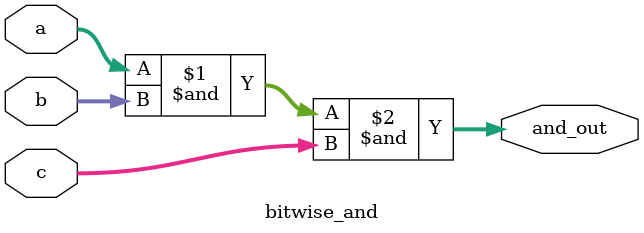
<source format=sv>

module bitwise_and #(parameter WIDTH = 4) (
  input wire [WIDTH-1:0] a, b, c,
  output reg [WIDTH-1:0] and_out
);
  assign and_out=a & b & c;
endmodule
</source>
